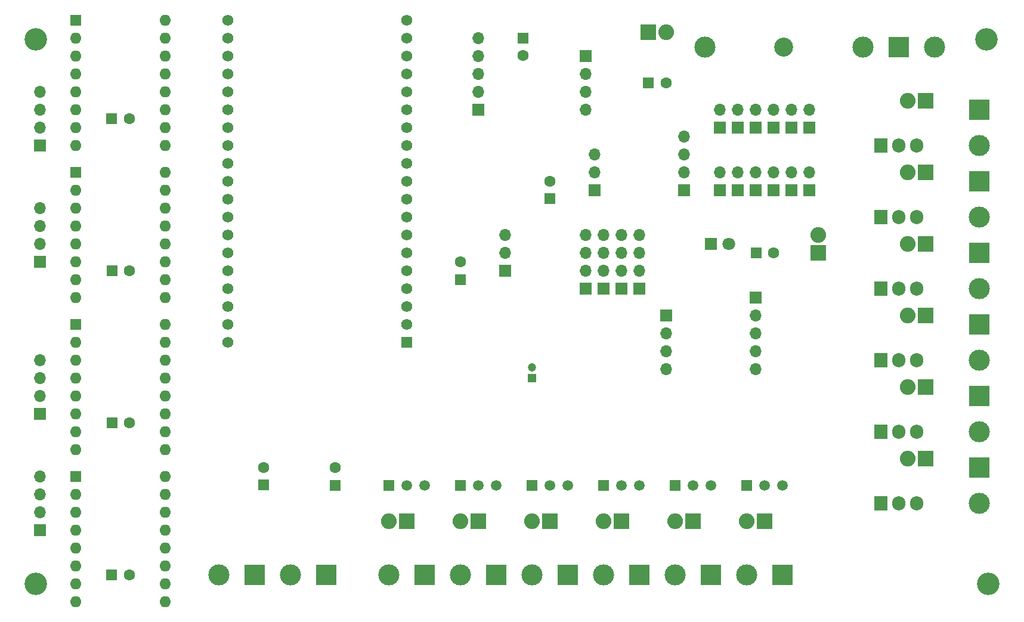
<source format=gbs>
G04 #@! TF.GenerationSoftware,KiCad,Pcbnew,(5.1.10)-1*
G04 #@! TF.CreationDate,2021-12-14T18:47:07+01:00*
G04 #@! TF.ProjectId,main_board,6d61696e-5f62-46f6-9172-642e6b696361,rev?*
G04 #@! TF.SameCoordinates,Original*
G04 #@! TF.FileFunction,Soldermask,Bot*
G04 #@! TF.FilePolarity,Negative*
%FSLAX46Y46*%
G04 Gerber Fmt 4.6, Leading zero omitted, Abs format (unit mm)*
G04 Created by KiCad (PCBNEW (5.1.10)-1) date 2021-12-14 18:47:07*
%MOMM*%
%LPD*%
G01*
G04 APERTURE LIST*
%ADD10C,1.560000*%
%ADD11R,1.560000X1.560000*%
%ADD12C,1.600000*%
%ADD13R,1.600000X1.600000*%
%ADD14O,2.240000X2.240000*%
%ADD15R,2.240000X2.240000*%
%ADD16C,3.000000*%
%ADD17R,3.000000X3.000000*%
%ADD18C,3.200000*%
%ADD19O,1.700000X1.700000*%
%ADD20R,1.700000X1.700000*%
%ADD21R,1.500000X1.500000*%
%ADD22C,1.500000*%
%ADD23O,1.905000X2.000000*%
%ADD24R,1.905000X2.000000*%
%ADD25C,2.700000*%
%ADD26C,1.800000*%
%ADD27R,1.800000X1.800000*%
%ADD28C,1.200000*%
%ADD29R,1.200000X1.200000*%
%ADD30O,1.600000X1.600000*%
G04 APERTURE END LIST*
D10*
X67310000Y-15240000D03*
X67310000Y-17780000D03*
X67310000Y-20320000D03*
X67310000Y-22860000D03*
X67310000Y-25400000D03*
X67310000Y-27940000D03*
X67310000Y-30480000D03*
X67310000Y-33020000D03*
X67310000Y-35560000D03*
X67310000Y-38100000D03*
X67310000Y-40640000D03*
X67310000Y-43180000D03*
X67310000Y-45720000D03*
X67310000Y-48260000D03*
X67310000Y-50800000D03*
X67310000Y-53340000D03*
X67310000Y-55880000D03*
X67310000Y-58420000D03*
X67310000Y-60960000D03*
X92710000Y-17780000D03*
X92710000Y-20320000D03*
X92710000Y-22860000D03*
X92710000Y-25400000D03*
X92710000Y-27940000D03*
X92710000Y-30480000D03*
X92710000Y-33020000D03*
X92710000Y-35560000D03*
X92710000Y-38100000D03*
X92710000Y-40640000D03*
X92710000Y-43180000D03*
X92710000Y-45720000D03*
X92710000Y-48260000D03*
X92710000Y-50800000D03*
X92710000Y-53340000D03*
X92710000Y-55880000D03*
X92710000Y-15240000D03*
X92710000Y-58420000D03*
D11*
X92710000Y-60960000D03*
D12*
X129500000Y-24130000D03*
D13*
X127000000Y-24130000D03*
D14*
X151130000Y-45720000D03*
D15*
X151130000Y-48260000D03*
D14*
X129540000Y-17000000D03*
D15*
X127000000Y-17000000D03*
D14*
X140970000Y-86360000D03*
D15*
X143510000Y-86360000D03*
D14*
X130810000Y-86360000D03*
D15*
X133350000Y-86360000D03*
D14*
X120650000Y-86360000D03*
D15*
X123190000Y-86360000D03*
D14*
X110490000Y-86360000D03*
D15*
X113030000Y-86360000D03*
D14*
X100330000Y-86360000D03*
D15*
X102870000Y-86360000D03*
D14*
X90170000Y-86360000D03*
D15*
X92710000Y-86360000D03*
D14*
X163830000Y-26670000D03*
D15*
X166370000Y-26670000D03*
D14*
X163830000Y-36830000D03*
D15*
X166370000Y-36830000D03*
D14*
X163830000Y-46990000D03*
D15*
X166370000Y-46990000D03*
D14*
X163830000Y-57150000D03*
D15*
X166370000Y-57150000D03*
D14*
X163830000Y-67310000D03*
D15*
X166370000Y-67310000D03*
D14*
X163830000Y-77470000D03*
D15*
X166370000Y-77470000D03*
D16*
X167640000Y-19050000D03*
D17*
X162560000Y-19050000D03*
D16*
X76200000Y-93980000D03*
D17*
X81280000Y-93980000D03*
D16*
X66040000Y-93980000D03*
D17*
X71120000Y-93980000D03*
D16*
X140970000Y-93980000D03*
D17*
X146050000Y-93980000D03*
D16*
X130810000Y-93980000D03*
D17*
X135890000Y-93980000D03*
D16*
X120650000Y-93980000D03*
D17*
X125730000Y-93980000D03*
D16*
X110490000Y-93980000D03*
D17*
X115570000Y-93980000D03*
D16*
X100330000Y-93980000D03*
D17*
X105410000Y-93980000D03*
D16*
X90170000Y-93980000D03*
D17*
X95250000Y-93980000D03*
D16*
X173990000Y-33020000D03*
D17*
X173990000Y-27940000D03*
D16*
X173990000Y-43180000D03*
D17*
X173990000Y-38100000D03*
D16*
X173990000Y-53340000D03*
D17*
X173990000Y-48260000D03*
D16*
X173990000Y-63500000D03*
D17*
X173990000Y-58420000D03*
D16*
X173990000Y-73660000D03*
D17*
X173990000Y-68580000D03*
D16*
X173990000Y-83820000D03*
D17*
X173990000Y-78740000D03*
D18*
X175260000Y-95250000D03*
X40000000Y-95250000D03*
X40000000Y-18000000D03*
X175000000Y-18000000D03*
D19*
X142240000Y-64770000D03*
X142240000Y-62230000D03*
X142240000Y-59690000D03*
X142240000Y-57150000D03*
D20*
X142240000Y-54610000D03*
D21*
X140970000Y-81280000D03*
D22*
X146050000Y-81280000D03*
X143510000Y-81280000D03*
D21*
X130810000Y-81280000D03*
D22*
X135890000Y-81280000D03*
X133350000Y-81280000D03*
D21*
X120650000Y-81280000D03*
D22*
X125730000Y-81280000D03*
X123190000Y-81280000D03*
D21*
X110490000Y-81280000D03*
D22*
X115570000Y-81280000D03*
X113030000Y-81280000D03*
D21*
X100330000Y-81280000D03*
D22*
X105410000Y-81280000D03*
X102870000Y-81280000D03*
D21*
X90170000Y-81280000D03*
D22*
X95250000Y-81280000D03*
X92710000Y-81280000D03*
D23*
X165100000Y-33020000D03*
X162560000Y-33020000D03*
D24*
X160020000Y-33020000D03*
D23*
X165100000Y-43180000D03*
X162560000Y-43180000D03*
D24*
X160020000Y-43180000D03*
D23*
X165100000Y-53340000D03*
X162560000Y-53340000D03*
D24*
X160020000Y-53340000D03*
D23*
X165100000Y-63500000D03*
X162560000Y-63500000D03*
D24*
X160020000Y-63500000D03*
D23*
X165100000Y-73660000D03*
X162560000Y-73660000D03*
D24*
X160020000Y-73660000D03*
D23*
X165100000Y-83820000D03*
X162560000Y-83820000D03*
D24*
X160020000Y-83820000D03*
D19*
X149860000Y-36830000D03*
D20*
X149860000Y-39370000D03*
D19*
X147320000Y-36830000D03*
D20*
X147320000Y-39370000D03*
D19*
X144780000Y-36830000D03*
D20*
X144780000Y-39370000D03*
D19*
X137160000Y-27940000D03*
D20*
X137160000Y-30480000D03*
D19*
X139700000Y-27940000D03*
D20*
X139700000Y-30480000D03*
D19*
X142240000Y-27940000D03*
D20*
X142240000Y-30480000D03*
D19*
X118110000Y-27940000D03*
X118110000Y-25400000D03*
X118110000Y-22860000D03*
D20*
X118110000Y-20320000D03*
D19*
X119380000Y-34290000D03*
X119380000Y-36830000D03*
D20*
X119380000Y-39370000D03*
D19*
X142240000Y-36830000D03*
D20*
X142240000Y-39370000D03*
D19*
X139700000Y-36830000D03*
D20*
X139700000Y-39370000D03*
D19*
X137160000Y-36830000D03*
D20*
X137160000Y-39370000D03*
D19*
X144780000Y-27940000D03*
D20*
X144780000Y-30480000D03*
D19*
X147320000Y-27940000D03*
D20*
X147320000Y-30480000D03*
D19*
X149860000Y-27940000D03*
D20*
X149860000Y-30480000D03*
D19*
X132080000Y-31750000D03*
X132080000Y-34290000D03*
X132080000Y-36830000D03*
D20*
X132080000Y-39370000D03*
D19*
X102870000Y-17780000D03*
X102870000Y-20320000D03*
X102870000Y-22860000D03*
X102870000Y-25400000D03*
D20*
X102870000Y-27940000D03*
D19*
X129540000Y-64770000D03*
X129540000Y-62230000D03*
X129540000Y-59690000D03*
D20*
X129540000Y-57150000D03*
D19*
X106680000Y-45720000D03*
X106680000Y-48260000D03*
D20*
X106680000Y-50800000D03*
D19*
X118110000Y-45720000D03*
X118110000Y-48260000D03*
X118110000Y-50800000D03*
D20*
X118110000Y-53340000D03*
D19*
X120650000Y-45720000D03*
X120650000Y-48260000D03*
X120650000Y-50800000D03*
D20*
X120650000Y-53340000D03*
D19*
X123190000Y-45720000D03*
X123190000Y-48260000D03*
X123190000Y-50800000D03*
D20*
X123190000Y-53340000D03*
D19*
X125730000Y-45720000D03*
X125730000Y-48260000D03*
X125730000Y-50800000D03*
D20*
X125730000Y-53340000D03*
D19*
X40640000Y-80010000D03*
X40640000Y-82550000D03*
X40640000Y-85090000D03*
D20*
X40640000Y-87630000D03*
D19*
X40640000Y-63500000D03*
X40640000Y-66040000D03*
X40640000Y-68580000D03*
D20*
X40640000Y-71120000D03*
D19*
X40640000Y-41910000D03*
X40640000Y-44450000D03*
X40640000Y-46990000D03*
D20*
X40640000Y-49530000D03*
X40640000Y-33020000D03*
D19*
X40640000Y-30480000D03*
X40640000Y-27940000D03*
X40640000Y-25400000D03*
D16*
X157480000Y-19050000D03*
X134980000Y-19050000D03*
D25*
X146230000Y-19050000D03*
D26*
X138430000Y-46990000D03*
D27*
X135890000Y-46990000D03*
D12*
X109220000Y-20280000D03*
D13*
X109220000Y-17780000D03*
D12*
X113030000Y-38100000D03*
D13*
X113030000Y-40600000D03*
D12*
X144780000Y-48260000D03*
D13*
X142280000Y-48260000D03*
D12*
X100330000Y-49570000D03*
D13*
X100330000Y-52070000D03*
D12*
X82550000Y-78780000D03*
D13*
X82550000Y-81280000D03*
D12*
X72390000Y-78740000D03*
D13*
X72390000Y-81240000D03*
D28*
X110490000Y-64540000D03*
D29*
X110490000Y-66040000D03*
D13*
X50800000Y-93980000D03*
D12*
X53300000Y-93980000D03*
X53340000Y-72390000D03*
D13*
X50840000Y-72390000D03*
D12*
X53340000Y-50800000D03*
D13*
X50840000Y-50800000D03*
D12*
X53300000Y-29210000D03*
D13*
X50800000Y-29210000D03*
D30*
X58420000Y-80010000D03*
X45720000Y-97790000D03*
X58420000Y-82550000D03*
X45720000Y-95250000D03*
X58420000Y-85090000D03*
X45720000Y-92710000D03*
X58420000Y-87630000D03*
X45720000Y-90170000D03*
X58420000Y-90170000D03*
X45720000Y-87630000D03*
X58420000Y-92710000D03*
X45720000Y-85090000D03*
X58420000Y-95250000D03*
X45720000Y-82550000D03*
X58420000Y-97790000D03*
D13*
X45720000Y-80010000D03*
D30*
X58420000Y-58420000D03*
X45720000Y-76200000D03*
X58420000Y-60960000D03*
X45720000Y-73660000D03*
X58420000Y-63500000D03*
X45720000Y-71120000D03*
X58420000Y-66040000D03*
X45720000Y-68580000D03*
X58420000Y-68580000D03*
X45720000Y-66040000D03*
X58420000Y-71120000D03*
X45720000Y-63500000D03*
X58420000Y-73660000D03*
X45720000Y-60960000D03*
X58420000Y-76200000D03*
D13*
X45720000Y-58420000D03*
D30*
X58420000Y-36830000D03*
X45720000Y-54610000D03*
X58420000Y-39370000D03*
X45720000Y-52070000D03*
X58420000Y-41910000D03*
X45720000Y-49530000D03*
X58420000Y-44450000D03*
X45720000Y-46990000D03*
X58420000Y-46990000D03*
X45720000Y-44450000D03*
X58420000Y-49530000D03*
X45720000Y-41910000D03*
X58420000Y-52070000D03*
X45720000Y-39370000D03*
X58420000Y-54610000D03*
D13*
X45720000Y-36830000D03*
D30*
X58420000Y-15240000D03*
X45720000Y-33020000D03*
X58420000Y-17780000D03*
X45720000Y-30480000D03*
X58420000Y-20320000D03*
X45720000Y-27940000D03*
X58420000Y-22860000D03*
X45720000Y-25400000D03*
X58420000Y-25400000D03*
X45720000Y-22860000D03*
X58420000Y-27940000D03*
X45720000Y-20320000D03*
X58420000Y-30480000D03*
X45720000Y-17780000D03*
X58420000Y-33020000D03*
D13*
X45720000Y-15240000D03*
M02*

</source>
